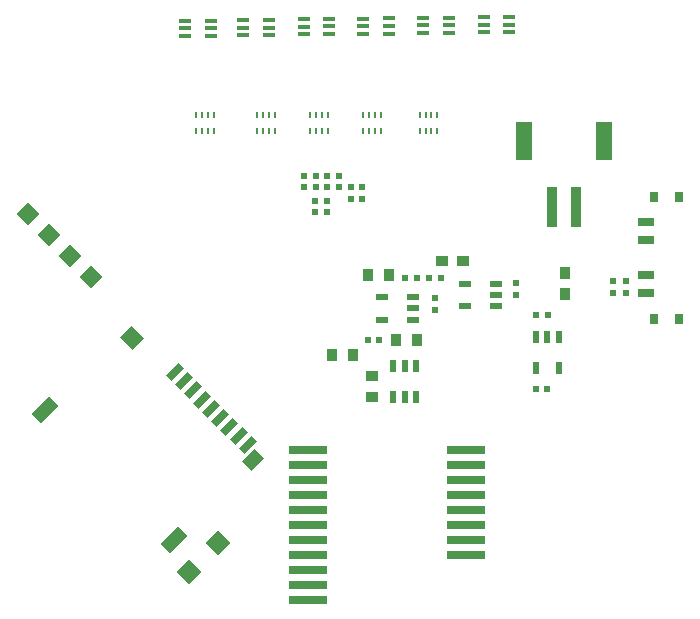
<source format=gbp>
G04 EasyPC Gerber Version 20.0.2 Build 4112 *
G04 #@! TF.Part,Single*
G04 #@! TF.FileFunction,Paste,Bot *
%FSLAX24Y24*%
%MOIN*%
G04 #@! TA.AperFunction,SMDPad*
%ADD138R,0.00700X0.02456*%
%ADD135R,0.01865X0.04424*%
%ADD136R,0.02062X0.04424*%
%ADD29R,0.02100X0.02100*%
%ADD147R,0.02900X0.03600*%
%ADD145R,0.03600X0.13500*%
%ADD83R,0.03637X0.03991*%
%ADD75R,0.03640X0.04030*%
%ADD144R,0.05600X0.13100*%
%ADD82R,0.04300X0.01500*%
%ADD134R,0.04424X0.02062*%
%ADD73R,0.02100X0.02100*%
%ADD146R,0.05600X0.02500*%
%ADD139R,0.12900X0.02900*%
%ADD137R,0.03991X0.03637*%
%ADD76R,0.04030X0.03640*%
%AMT142*0 Rectangle Pad at angle 45*21,1,0.05200,0.06000,0,0,45*%
%ADD142T142*%
G04 #@! TA.AperFunction,ComponentPad*
%AMT86*0 Rectangle Pad at angle 45*21,1,0.06000,0.06000,0,0,45*%
%ADD86T86*%
G04 #@! TA.AperFunction,SMDPad*
%AMT140*0 Rectangle Pad at angle 135*21,1,0.02400,0.06000,0,0,135*%
%ADD140T140*%
%AMT143*0 Rectangle Pad at angle 135*21,1,0.04400,0.06000,0,0,135*%
%ADD143T143*%
%AMT141*0 Rectangle Pad at angle 135*21,1,0.04400,0.08400,0,0,135*%
%ADD141T141*%
%AMT148*0 Rectangle Pad at angle 135*21,1,0.05200,0.05200,0,0,135*%
%ADD148T148*%
X0Y0D02*
D02*
D29*
X11285Y14355D03*
Y14745D03*
X11665Y14355D03*
Y14745D03*
X12045Y14355D03*
Y14745D03*
X12425Y14355D03*
Y14745D03*
X15635Y10275D03*
Y10665D03*
X18335Y10775D03*
Y11165D03*
X21555Y10835D03*
Y11225D03*
X22005Y10835D03*
Y11225D03*
D02*
D73*
X11645Y13535D03*
Y13915D03*
X12035Y13535D03*
Y13915D03*
X12825Y13975D03*
Y14355D03*
X13215Y13975D03*
Y14355D03*
X13395Y9285D03*
X13785D03*
X14635Y11335D03*
X15025D03*
X15445Y11325D03*
X15835D03*
X18995Y7635D03*
X19005Y10115D03*
X19385Y7635D03*
X19395Y10115D03*
D02*
D75*
X12195Y8755D03*
X12895D03*
X13415Y11435D03*
X14115D03*
X14325Y9265D03*
X15025D03*
D02*
D76*
X13525Y7385D03*
Y8085D03*
D02*
D82*
X7295Y19405D03*
Y19655D03*
Y19905D03*
X8155Y19405D03*
Y19661D03*
Y19917D03*
X9235Y19425D03*
Y19675D03*
Y19925D03*
X10095Y19425D03*
Y19681D03*
Y19937D03*
X11255Y19465D03*
Y19715D03*
Y19965D03*
X12115Y19465D03*
Y19721D03*
Y19977D03*
X13235Y19485D03*
Y19735D03*
Y19985D03*
X14095Y19485D03*
Y19741D03*
Y19997D03*
X15235Y19505D03*
Y19755D03*
Y20005D03*
X16095Y19505D03*
Y19761D03*
Y20017D03*
X17255Y19525D03*
Y19775D03*
Y20025D03*
X18115Y19525D03*
Y19781D03*
Y20037D03*
D02*
D83*
X19955Y10815D03*
Y11515D03*
D02*
D86*
X7451Y1541D03*
X8399Y2489D03*
D02*
D134*
X13881Y9951D03*
Y10699D03*
X14909Y9951D03*
Y10325D03*
Y10699D03*
X16631Y10401D03*
Y11149D03*
X17659Y10401D03*
Y10775D03*
Y11149D03*
D02*
D135*
X14251Y7383D03*
Y8407D03*
X14625Y7383D03*
Y8407D03*
X14999Y7383D03*
Y8407D03*
D02*
D136*
X19011Y8331D03*
Y9359D03*
X19385D03*
X19759Y8331D03*
Y9359D03*
D02*
D137*
X15865Y11915D03*
X16565D03*
D02*
D138*
X7664Y16245D03*
Y16757D03*
X7861Y16245D03*
Y16757D03*
X8058Y16245D03*
Y16757D03*
X8255Y16245D03*
Y16757D03*
X9704Y16245D03*
Y16757D03*
X9901Y16245D03*
Y16757D03*
X10098Y16245D03*
Y16757D03*
X10295Y16245D03*
Y16757D03*
X11484Y16245D03*
Y16757D03*
X11681Y16245D03*
Y16757D03*
X11878Y16245D03*
Y16757D03*
X12075Y16245D03*
Y16757D03*
X13244Y16245D03*
Y16757D03*
X13441Y16245D03*
Y16757D03*
X13638Y16245D03*
Y16757D03*
X13835Y16245D03*
Y16757D03*
X15124Y16245D03*
Y16757D03*
X15321Y16245D03*
Y16757D03*
X15518Y16245D03*
Y16757D03*
X15715Y16245D03*
Y16757D03*
D02*
D139*
X11395Y605D03*
Y1105D03*
Y1605D03*
Y2105D03*
Y2605D03*
Y3105D03*
Y3605D03*
Y4105D03*
Y4605D03*
Y5105D03*
Y5605D03*
X16675Y2105D03*
Y2605D03*
Y3105D03*
Y3605D03*
Y4105D03*
Y4605D03*
Y5105D03*
Y5605D03*
D02*
D140*
X6963Y8198D03*
X7267Y7894D03*
X7571Y7589D03*
X7875Y7285D03*
X8179Y6981D03*
X8483Y6677D03*
X8787Y6373D03*
X9091Y6069D03*
X9396Y5765D03*
D02*
D141*
X2621Y6925D03*
X6935Y2611D03*
D02*
D142*
X5542Y9350D03*
D02*
D143*
X9579Y5256D03*
D02*
D144*
X18615Y15905D03*
X21265D03*
D02*
D145*
X19545Y13705D03*
X20335D03*
D02*
D146*
X22675Y10835D03*
Y11425D03*
Y12605D03*
Y13195D03*
D02*
D147*
X22945Y9985D03*
Y14045D03*
X23785Y9985D03*
Y14045D03*
D02*
D148*
X2061Y13479D03*
X2769Y12771D03*
X3476Y12064D03*
X4183Y11357D03*
X0Y0D02*
M02*

</source>
